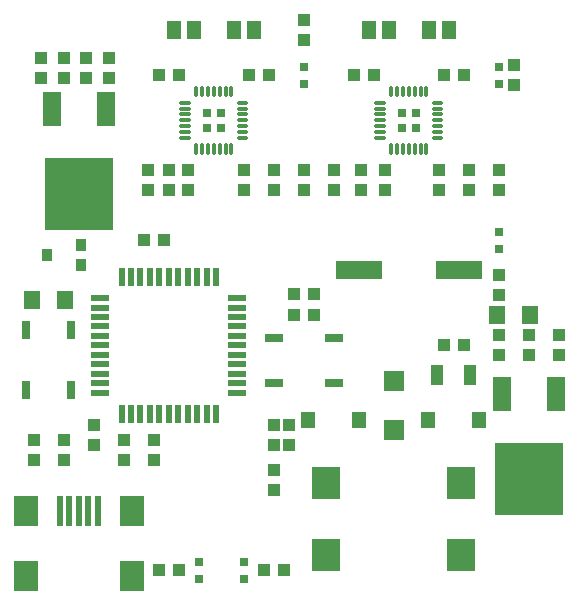
<source format=gbr>
G04 EAGLE Gerber RS-274X export*
G75*
%MOMM*%
%FSLAX34Y34*%
%LPD*%
%INSolderpaste Top*%
%IPPOS*%
%AMOC8*
5,1,8,0,0,1.08239X$1,22.5*%
G01*
%ADD10R,1.300000X1.500000*%
%ADD11R,1.100000X1.000000*%
%ADD12R,1.000000X1.100000*%
%ADD13R,0.762000X1.524000*%
%ADD14R,1.524000X0.762000*%
%ADD15R,3.900000X1.600000*%
%ADD16R,1.400000X1.600000*%
%ADD17R,5.800000X6.200000*%
%ADD18R,1.600000X3.000000*%
%ADD19R,0.800000X0.800000*%
%ADD20R,1.500000X0.500000*%
%ADD21R,0.500000X1.500000*%
%ADD22R,0.500000X2.500000*%
%ADD23R,2.000000X2.500000*%
%ADD24R,1.700000X1.800000*%
%ADD25R,1.000000X1.800000*%
%ADD26R,2.400000X2.800000*%
%ADD27R,0.900000X1.000000*%
%ADD28R,0.900000X1.100000*%
%ADD29C,0.300000*%
%ADD30R,0.685800X0.685800*%
%ADD31R,1.270000X1.470000*%


D10*
X220100Y482600D03*
X237100Y482600D03*
X287900Y482600D03*
X270900Y482600D03*
X453000Y482600D03*
X436000Y482600D03*
X385200Y482600D03*
X402200Y482600D03*
D11*
X495300Y275200D03*
X495300Y258200D03*
D12*
X321700Y241300D03*
X338700Y241300D03*
D11*
X152400Y148200D03*
X152400Y131200D03*
D12*
X224400Y25400D03*
X207400Y25400D03*
X296300Y25400D03*
X313300Y25400D03*
D13*
X133350Y228600D03*
X95250Y228600D03*
X95250Y177800D03*
X133350Y177800D03*
D14*
X355600Y184150D03*
X355600Y222250D03*
X304800Y222250D03*
X304800Y184150D03*
D15*
X461600Y279400D03*
X376600Y279400D03*
D11*
X508000Y436000D03*
X508000Y453000D03*
X330200Y491100D03*
X330200Y474100D03*
X321700Y259080D03*
X338700Y259080D03*
D12*
X495300Y224400D03*
X495300Y207400D03*
D16*
X522000Y241300D03*
X494000Y241300D03*
D12*
X203200Y118500D03*
X203200Y135500D03*
D16*
X100300Y254000D03*
X128300Y254000D03*
D11*
X546100Y207400D03*
X546100Y224400D03*
X520700Y207400D03*
X520700Y224400D03*
D17*
X520700Y103200D03*
D18*
X543500Y175000D03*
X497900Y175000D03*
D11*
X448700Y215900D03*
X465700Y215900D03*
X101600Y118500D03*
X101600Y135500D03*
X127000Y135500D03*
X127000Y118500D03*
D19*
X241300Y32900D03*
X241300Y17900D03*
X279400Y32900D03*
X279400Y17900D03*
X495300Y452000D03*
X495300Y437000D03*
X330200Y452000D03*
X330200Y437000D03*
X495300Y312300D03*
X495300Y297300D03*
D20*
X273900Y175900D03*
X273900Y183900D03*
X273900Y191900D03*
X273900Y199900D03*
X273900Y207900D03*
X273900Y215900D03*
X273900Y223900D03*
X273900Y231900D03*
X273900Y239900D03*
X273900Y247900D03*
X273900Y255900D03*
D21*
X255900Y273900D03*
X247900Y273900D03*
X239900Y273900D03*
X231900Y273900D03*
X223900Y273900D03*
X215900Y273900D03*
X207900Y273900D03*
X199900Y273900D03*
X191900Y273900D03*
X183900Y273900D03*
X175900Y273900D03*
D20*
X157900Y255900D03*
X157900Y247900D03*
X157900Y239900D03*
X157900Y231900D03*
X157900Y223900D03*
X157900Y215900D03*
X157900Y207900D03*
X157900Y199900D03*
X157900Y191900D03*
X157900Y183900D03*
X157900Y175900D03*
D21*
X175900Y157900D03*
X183900Y157900D03*
X191900Y157900D03*
X199900Y157900D03*
X207900Y157900D03*
X215900Y157900D03*
X223900Y157900D03*
X231900Y157900D03*
X239900Y157900D03*
X247900Y157900D03*
X255900Y157900D03*
D22*
X139700Y75800D03*
X131700Y75800D03*
X155700Y75800D03*
X147700Y75800D03*
D23*
X184700Y20800D03*
X94700Y20800D03*
X184700Y75800D03*
X94700Y75800D03*
D22*
X123700Y75800D03*
D24*
X406400Y185600D03*
X406400Y144600D03*
D25*
X443200Y190500D03*
X471200Y190500D03*
D26*
X349400Y38100D03*
X463400Y38100D03*
X349400Y99100D03*
X463400Y99100D03*
D27*
X141500Y283600D03*
X141500Y300600D03*
D28*
X112500Y292100D03*
D29*
X226401Y421400D02*
X232799Y421400D01*
X232799Y416400D02*
X226401Y416400D01*
X226402Y411400D02*
X232800Y411400D01*
X232800Y406400D02*
X226402Y406400D01*
X226403Y401400D02*
X232801Y401400D01*
X232801Y396400D02*
X226403Y396400D01*
X226402Y391400D02*
X232800Y391400D01*
X239000Y385200D02*
X239000Y378802D01*
X244000Y378801D02*
X244000Y385199D01*
X249000Y385200D02*
X249000Y378802D01*
X254000Y378802D02*
X254000Y385200D01*
X259000Y385199D02*
X259000Y378801D01*
X264000Y378802D02*
X264000Y385200D01*
X269000Y385200D02*
X269000Y378802D01*
X275200Y391400D02*
X281598Y391400D01*
X281599Y396400D02*
X275201Y396400D01*
X275201Y401400D02*
X281599Y401400D01*
X281598Y406400D02*
X275200Y406400D01*
X275201Y411400D02*
X281599Y411400D01*
X281599Y416400D02*
X275201Y416400D01*
X275200Y421400D02*
X281598Y421400D01*
X269000Y427600D02*
X269000Y433998D01*
X264000Y433999D02*
X264000Y427601D01*
X259000Y427601D02*
X259000Y433999D01*
X254000Y433999D02*
X254000Y427601D01*
X249000Y427601D02*
X249000Y433999D01*
X244000Y433999D02*
X244000Y427601D01*
X239000Y427600D02*
X239000Y433998D01*
D30*
X259969Y412369D03*
X247904Y412369D03*
X247904Y400304D03*
X259969Y400304D03*
D29*
X391501Y421400D02*
X397899Y421400D01*
X397899Y416400D02*
X391501Y416400D01*
X391502Y411400D02*
X397900Y411400D01*
X397900Y406400D02*
X391502Y406400D01*
X391503Y401400D02*
X397901Y401400D01*
X397901Y396400D02*
X391503Y396400D01*
X391502Y391400D02*
X397900Y391400D01*
X404100Y385200D02*
X404100Y378802D01*
X409100Y378801D02*
X409100Y385199D01*
X414100Y385200D02*
X414100Y378802D01*
X419100Y378802D02*
X419100Y385200D01*
X424100Y385199D02*
X424100Y378801D01*
X429100Y378802D02*
X429100Y385200D01*
X434100Y385200D02*
X434100Y378802D01*
X440300Y391400D02*
X446698Y391400D01*
X446699Y396400D02*
X440301Y396400D01*
X440301Y401400D02*
X446699Y401400D01*
X446698Y406400D02*
X440300Y406400D01*
X440301Y411400D02*
X446699Y411400D01*
X446699Y416400D02*
X440301Y416400D01*
X440300Y421400D02*
X446698Y421400D01*
X434100Y427600D02*
X434100Y433998D01*
X429100Y433999D02*
X429100Y427601D01*
X424100Y427601D02*
X424100Y433999D01*
X419100Y433999D02*
X419100Y427601D01*
X414100Y427601D02*
X414100Y433999D01*
X409100Y433999D02*
X409100Y427601D01*
X404100Y427600D02*
X404100Y433998D01*
D30*
X425069Y412369D03*
X413004Y412369D03*
X413004Y400304D03*
X425069Y400304D03*
D11*
X279400Y364100D03*
X279400Y347100D03*
D12*
X198120Y364100D03*
X198120Y347100D03*
X330200Y364100D03*
X330200Y347100D03*
D11*
X224400Y444500D03*
X207400Y444500D03*
X283600Y444500D03*
X300600Y444500D03*
D12*
X232410Y364100D03*
X232410Y347100D03*
X215900Y364100D03*
X215900Y347100D03*
X378460Y364100D03*
X378460Y347100D03*
D11*
X444500Y364100D03*
X444500Y347100D03*
D12*
X398780Y364100D03*
X398780Y347100D03*
X355600Y364100D03*
X355600Y347100D03*
X495300Y364100D03*
X495300Y347100D03*
D11*
X389500Y444500D03*
X372500Y444500D03*
X448700Y444500D03*
X465700Y444500D03*
D12*
X194700Y304800D03*
X211700Y304800D03*
D11*
X177800Y118500D03*
X177800Y135500D03*
X304800Y347100D03*
X304800Y364100D03*
X469900Y347100D03*
X469900Y364100D03*
X317500Y148200D03*
X317500Y131200D03*
X304800Y110100D03*
X304800Y93100D03*
X304800Y131200D03*
X304800Y148200D03*
D17*
X139700Y344500D03*
D18*
X162500Y416300D03*
X116900Y416300D03*
D11*
X165100Y442350D03*
X165100Y459350D03*
X146050Y442350D03*
X146050Y459350D03*
D12*
X127000Y459350D03*
X127000Y442350D03*
X107950Y459350D03*
X107950Y442350D03*
D31*
X334100Y152400D03*
X377100Y152400D03*
X435700Y152400D03*
X478700Y152400D03*
M02*

</source>
